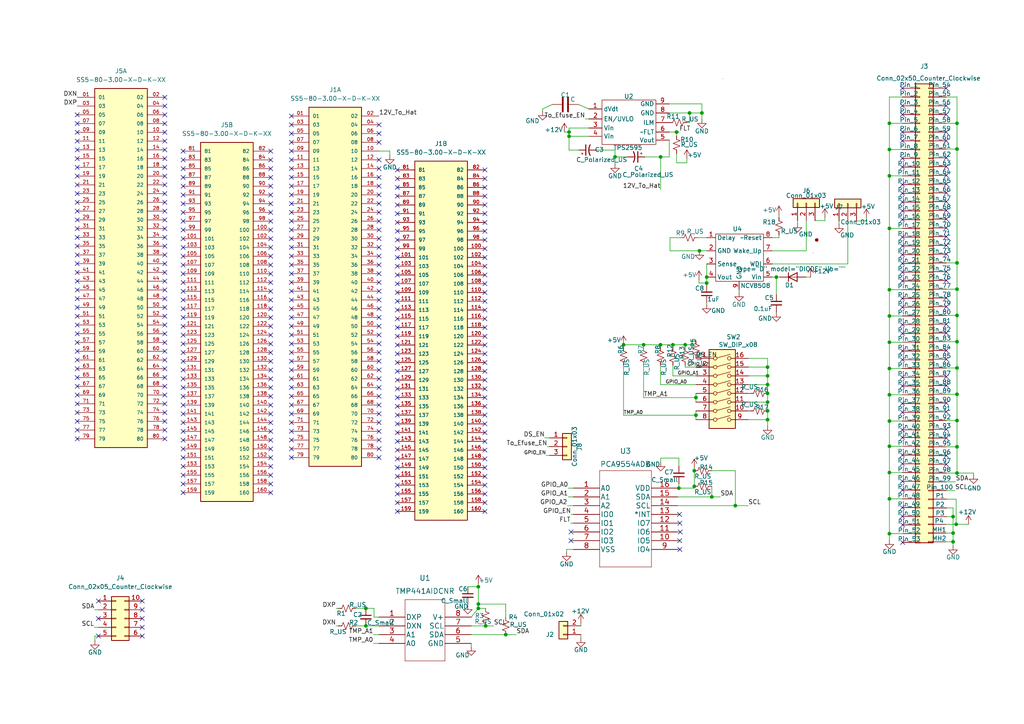
<source format=kicad_sch>
(kicad_sch (version 20211123) (generator eeschema)
  (paper "A4")
  (title_block (title "PERRI Board") (rev "0"))
  (junction (at 201.3712 136.525))
  (junction (at 206.4512 144.1196))
  (junction (at 277.5712 35.7632))
  (junction (at 225.171 80.3656))
  (junction (at 180.848 99.9998))
  (junction (at 165.0492 38.3032))
  (junction (at 196.9008 141.5796))
  (junction (at 191.6176 45.5168))
  (junction (at 222.631 109.0168))
  (junction (at 222.631 114.0968))
  (junction (at 257.9624 99.2632))
  (junction (at 257.9624 122.1232))
  (junction (at 257.9624 154.7876))
  (junction (at 257.9624 66.2432))
  (junction (at 222.631 121.7168))
  (junction (at 257.9624 51.0032))
  (junction (at 196.2404 38.3032))
  (junction (at 201.8538 115.316))
  (junction (at 106.1212 181.5338))
  (junction (at 257.9624 137.0584))
  (junction (at 106.1212 176.4538))
  (junction (at 140.8684 181.5338))
  (junction (at 165.0492 39.5224))
  (junction (at 257.9624 129.4384))
  (junction (at 257.9624 114.5032))
  (junction (at 277.5712 43.2308))
  (junction (at 178.3842 45.5168))
  (junction (at 138.7348 170.18))
  (junction (at 257.9624 106.8832))
  (junction (at 277.5712 121.9708))
  (junction (at 138.7348 175.2092))
  (junction (at 199.9996 32.766))
  (junction (at 257.9624 91.6432))
  (junction (at 191.5668 99.9998))
  (junction (at 204.978 82.0928))
  (junction (at 277.3172 152.0698))
  (junction (at 276.4282 154.6098))
  (junction (at 257.9624 43.3578))
  (junction (at 138.7348 176.4538))
  (junction (at 277.5712 76.2508))
  (junction (at 222.631 116.6368))
  (junction (at 186.6646 99.9998))
  (junction (at 203.581 32.766))
  (junction (at 198.7296 99.9998))
  (junction (at 257.9624 35.7632))
  (junction (at 277.5712 114.3508))
  (junction (at 195.1736 99.9998))
  (junction (at 277.5712 137.2108))
  (junction (at 277.5712 129.5908))
  (junction (at 257.9624 84.0232))
  (junction (at 277.5712 83.8708))
  (junction (at 201.3712 141.0462))
  (junction (at 201.8538 120.4214))
  (junction (at 277.5712 99.1108))
  (junction (at 222.631 119.1768))
  (junction (at 276.4282 149.86))
  (junction (at 277.5712 106.7308))
  (junction (at 257.9624 144.6784))
  (junction (at 277.5712 91.4908))
  (junction (at 222.631 111.5568))
  (junction (at 222.631 106.4768))
  (junction (at 213.2838 146.6596))
  (junction (at 276.4282 157.1498))
  (junction (at 204.978 80.3656))
  (junction (at 146.685 184.0738))
  (junction (at 202.8698 72.7456))
  (no_connect (at 47.8028 61.2394))
  (no_connect (at 115.2398 128.016))
  (no_connect (at 22.4028 94.2594))
  (no_connect (at 140.6398 84.836))
  (no_connect (at 22.4028 56.1594))
  (no_connect (at 140.6398 138.176))
  (no_connect (at 22.4028 96.7994))
  (no_connect (at 109.9312 81.915))
  (no_connect (at 140.6398 117.856))
  (no_connect (at 22.4028 124.7394))
  (no_connect (at 22.4028 43.4594))
  (no_connect (at 274.4724 66.0908))
  (no_connect (at 140.6398 72.136))
  (no_connect (at 47.8028 127.2794))
  (no_connect (at 140.6398 130.556))
  (no_connect (at 115.2398 143.256))
  (no_connect (at 84.5312 41.275))
  (no_connect (at 261.7216 30.6832))
  (no_connect (at 41.2496 174.3202))
  (no_connect (at 47.8028 51.0794))
  (no_connect (at 22.4028 114.5794))
  (no_connect (at 274.4724 94.0308))
  (no_connect (at 53.1114 135.2804))
  (no_connect (at 41.2496 176.8602))
  (no_connect (at 261.7216 96.7232))
  (no_connect (at 22.4028 91.7194))
  (no_connect (at 22.4028 104.4194))
  (no_connect (at 274.4724 111.8108))
  (no_connect (at 47.8028 101.8794))
  (no_connect (at 274.4724 81.3308))
  (no_connect (at 274.4724 116.8908))
  (no_connect (at 140.6398 105.156))
  (no_connect (at 115.2398 117.856))
  (no_connect (at 109.9312 61.595))
  (no_connect (at 22.4028 58.6994))
  (no_connect (at 261.7216 94.1832))
  (no_connect (at 261.7216 25.6032))
  (no_connect (at 274.4724 109.2708))
  (no_connect (at 261.7216 86.5632))
  (no_connect (at 78.5114 66.7004))
  (no_connect (at 140.6398 97.536))
  (no_connect (at 47.8028 99.3394))
  (no_connect (at 84.5312 92.075))
  (no_connect (at 109.9312 97.155))
  (no_connect (at 22.4028 35.8394))
  (no_connect (at 140.6398 74.676))
  (no_connect (at 140.6398 61.976))
  (no_connect (at 84.5312 46.355))
  (no_connect (at 274.4724 45.7708))
  (no_connect (at 109.9312 120.015))
  (no_connect (at 78.5114 94.6404))
  (no_connect (at 115.2398 72.136))
  (no_connect (at 140.6398 77.216))
  (no_connect (at 115.2398 69.596))
  (no_connect (at 78.5114 127.6604))
  (no_connect (at 115.2398 67.056))
  (no_connect (at 140.6398 82.296))
  (no_connect (at 22.4028 119.6594))
  (no_connect (at 47.8028 109.4994))
  (no_connect (at 109.9312 130.175))
  (no_connect (at 84.5312 69.215))
  (no_connect (at 261.7216 142.1384))
  (no_connect (at 53.1114 132.7404))
  (no_connect (at 78.5114 92.1004))
  (no_connect (at 47.8028 96.7994))
  (no_connect (at 84.5312 97.155))
  (no_connect (at 53.1114 76.8604))
  (no_connect (at 84.5312 125.095))
  (no_connect (at 140.6398 49.276))
  (no_connect (at 140.6398 135.636))
  (no_connect (at 274.4724 127.0508))
  (no_connect (at 53.1114 92.1004))
  (no_connect (at 84.5312 66.675))
  (no_connect (at 84.5312 89.535))
  (no_connect (at 115.2398 89.916))
  (no_connect (at 84.5312 74.295))
  (no_connect (at 115.2398 74.676))
  (no_connect (at 84.5312 43.815))
  (no_connect (at 47.8028 71.3994))
  (no_connect (at 84.5312 122.555))
  (no_connect (at 53.1114 99.7204))
  (no_connect (at 261.7216 33.2232))
  (no_connect (at 261.7216 117.0432))
  (no_connect (at 22.4028 45.9994))
  (no_connect (at 109.9312 122.555))
  (no_connect (at 22.4028 117.1194))
  (no_connect (at 109.9312 38.735))
  (no_connect (at 22.4028 122.1994))
  (no_connect (at 274.4724 96.5708))
  (no_connect (at 140.6398 87.376))
  (no_connect (at 109.9312 84.455))
  (no_connect (at 47.8028 68.8594))
  (no_connect (at 140.6398 54.356))
  (no_connect (at 84.5312 107.315))
  (no_connect (at 115.2398 64.516))
  (no_connect (at 22.4028 89.1794))
  (no_connect (at 78.5114 46.3804))
  (no_connect (at 84.5312 64.135))
  (no_connect (at 109.9312 109.855))
  (no_connect (at 22.4028 40.9194))
  (no_connect (at 78.5114 64.1604))
  (no_connect (at 115.2398 94.996))
  (no_connect (at 53.1114 48.9204))
  (no_connect (at 78.5114 130.2004))
  (no_connect (at 140.6398 69.596))
  (no_connect (at 22.4028 61.2394))
  (no_connect (at 115.2398 87.376))
  (no_connect (at 53.1114 81.9404))
  (no_connect (at 53.1114 79.4004))
  (no_connect (at 78.5114 79.4004))
  (no_connect (at 47.8028 79.0194))
  (no_connect (at 115.2398 107.696))
  (no_connect (at 115.2398 92.456))
  (no_connect (at 22.4028 99.3394))
  (no_connect (at 115.2398 79.756))
  (no_connect (at 53.1114 89.5604))
  (no_connect (at 78.5114 61.6204))
  (no_connect (at 53.1114 97.1804))
  (no_connect (at 41.2496 179.4002))
  (no_connect (at 109.9312 46.355))
  (no_connect (at 261.7216 40.8432))
  (no_connect (at 109.9312 102.235))
  (no_connect (at 22.4028 48.5394))
  (no_connect (at 109.9312 76.835))
  (no_connect (at 261.7216 119.5832))
  (no_connect (at 109.9312 86.995))
  (no_connect (at 28.5496 184.4802))
  (no_connect (at 47.8028 38.3794))
  (no_connect (at 140.6398 120.396))
  (no_connect (at 84.5312 71.755))
  (no_connect (at 78.5114 122.5804))
  (no_connect (at 22.4028 127.2794))
  (no_connect (at 274.4724 78.7908))
  (no_connect (at 109.9312 71.755))
  (no_connect (at 47.8028 114.5794))
  (no_connect (at 261.7216 58.6232))
  (no_connect (at 140.6398 107.696))
  (no_connect (at 109.9312 41.275))
  (no_connect (at 140.6398 140.716))
  (no_connect (at 47.8028 89.1794))
  (no_connect (at 84.5312 56.515))
  (no_connect (at 109.9312 127.635))
  (no_connect (at 47.8028 91.7194))
  (no_connect (at 47.8028 86.6394))
  (no_connect (at 115.2398 82.296))
  (no_connect (at 22.4028 109.4994))
  (no_connect (at 28.5496 179.4002))
  (no_connect (at 47.8028 56.1594))
  (no_connect (at 115.2398 105.156))
  (no_connect (at 53.1114 43.8404))
  (no_connect (at 115.2398 51.816))
  (no_connect (at 165.608 156.8196))
  (no_connect (at 165.6334 154.2796))
  (no_connect (at 78.5114 74.3204))
  (no_connect (at 274.4724 53.3908))
  (no_connect (at 47.8028 94.2594))
  (no_connect (at 53.1114 125.1204))
  (no_connect (at 22.4028 33.2994))
  (no_connect (at 261.7216 139.5984))
  (no_connect (at 115.2398 77.216))
  (no_connect (at 109.9312 125.095))
  (no_connect (at 109.9312 64.135))
  (no_connect (at 22.4028 106.9594))
  (no_connect (at 274.4724 104.1908))
  (no_connect (at 274.4724 101.6508))
  (no_connect (at 47.8028 43.4594))
  (no_connect (at 115.2398 115.316))
  (no_connect (at 53.1114 46.3804))
  (no_connect (at 274.4724 61.0108))
  (no_connect (at 47.8028 117.1194))
  (no_connect (at 109.9312 69.215))
  (no_connect (at 47.8028 84.0994))
  (no_connect (at 109.9312 112.395))
  (no_connect (at 140.6398 143.256))
  (no_connect (at 47.8028 30.7594))
  (no_connect (at 261.7216 53.5432))
  (no_connect (at 78.5114 140.3604))
  (no_connect (at 47.8028 81.5594))
  (no_connect (at 53.1114 66.7004))
  (no_connect (at 78.5114 43.8404))
  (no_connect (at 84.5312 84.455))
  (no_connect (at 53.1114 59.0804))
  (no_connect (at 115.2398 61.976))
  (no_connect (at 47.8028 122.1994))
  (no_connect (at 84.5312 99.695))
  (no_connect (at 78.5114 81.9404))
  (no_connect (at 274.4724 73.7108))
  (no_connect (at 53.1114 107.3404))
  (no_connect (at 274.4724 119.4308))
  (no_connect (at 140.6398 94.996))
  (no_connect (at 115.2398 110.236))
  (no_connect (at 261.7216 71.3232))
  (no_connect (at 115.2398 84.836))
  (no_connect (at 109.9312 53.975))
  (no_connect (at 109.9312 59.055))
  (no_connect (at 84.5312 51.435))
  (no_connect (at 261.7216 126.8984))
  (no_connect (at 84.5312 109.855))
  (no_connect (at 140.6398 110.236))
  (no_connect (at 84.5312 81.915))
  (no_connect (at 109.9312 56.515))
  (no_connect (at 53.1114 102.2604))
  (no_connect (at 84.5312 59.055))
  (no_connect (at 53.1114 87.0204))
  (no_connect (at 261.7216 76.4032))
  (no_connect (at 78.5114 71.7804))
  (no_connect (at 261.7978 152.2476))
  (no_connect (at 115.2398 148.336))
  (no_connect (at 115.2398 125.476))
  (no_connect (at 84.5312 94.615))
  (no_connect (at 140.6398 92.456))
  (no_connect (at 84.5312 117.475))
  (no_connect (at 140.6398 115.316))
  (no_connect (at 47.8028 58.6994))
  (no_connect (at 140.6398 59.436))
  (no_connect (at 22.4028 51.0794))
  (no_connect (at 78.5114 114.9604))
  (no_connect (at 78.5114 51.4604))
  (no_connect (at 109.9312 36.195))
  (no_connect (at 140.6398 102.616))
  (no_connect (at 274.4724 71.1708))
  (no_connect (at 140.6398 100.076))
  (no_connect (at 84.5312 130.175))
  (no_connect (at 261.7216 61.1632))
  (no_connect (at 78.5114 135.2804))
  (no_connect (at 53.1114 112.4204))
  (no_connect (at 115.2398 100.076))
  (no_connect (at 261.7216 134.5184))
  (no_connect (at 109.9312 104.775))
  (no_connect (at 78.5114 142.9004))
  (no_connect (at 84.5312 104.775))
  (no_connect (at 53.1114 142.9004))
  (no_connect (at 47.8028 73.9394))
  (no_connect (at 261.7216 68.7832))
  (no_connect (at 115.2398 135.636))
  (no_connect (at 41.2496 184.4802))
  (no_connect (at 261.7216 147.2184))
  (no_connect (at 84.5312 86.995))
  (no_connect (at 84.5312 114.935))
  (no_connect (at 115.2398 122.936))
  (no_connect (at 22.4028 112.0394))
  (no_connect (at 53.1114 140.3604))
  (no_connect (at 78.5114 89.5604))
  (no_connect (at 109.9312 94.615))
  (no_connect (at 84.5312 53.975))
  (no_connect (at 261.7216 78.9432))
  (no_connect (at 274.4724 68.6308))
  (no_connect (at 41.2496 181.9402))
  (no_connect (at 274.4724 88.9508))
  (no_connect (at 53.1114 114.9604))
  (no_connect (at 261.7216 104.3432))
  (no_connect (at 47.8028 112.0394))
  (no_connect (at 140.6398 148.336))
  (no_connect (at 84.5312 61.595))
  (no_connect (at 261.7216 81.4832))
  (no_connect (at 53.1114 54.0004))
  (no_connect (at 109.9312 99.695))
  (no_connect (at 53.1114 61.6204))
  (no_connect (at 140.6398 133.096))
  (no_connect (at 47.8028 66.3194))
  (no_connect (at 140.6398 145.796))
  (no_connect (at 47.8028 33.2994))
  (no_connect (at 261.7216 109.4232))
  (no_connect (at 78.5114 132.7404))
  (no_connect (at 53.1114 74.3204))
  (no_connect (at 84.5312 48.895))
  (no_connect (at 274.4724 63.5508))
  (no_connect (at 109.9312 107.315))
  (no_connect (at 47.8028 48.5394))
  (no_connect (at 84.5312 102.235))
  (no_connect (at 274.4216 25.6032))
  (no_connect (at 78.5114 109.8804))
  (no_connect (at 274.4216 30.6832))
  (no_connect (at 22.4028 71.3994))
  (no_connect (at 274.4724 134.6708))
  (no_connect (at 47.8028 53.6194))
  (no_connect (at 109.9312 114.935))
  (no_connect (at 109.9312 74.295))
  (no_connect (at 53.1114 130.2004))
  (no_connect (at 47.8028 104.4194))
  (no_connect (at 115.2398 54.356))
  (no_connect (at 78.5114 76.8604))
  (no_connect (at 53.1114 117.5004))
  (no_connect (at 274.4216 33.2232))
  (no_connect (at 140.6398 51.816))
  (no_connect (at 78.5114 59.0804))
  (no_connect (at 47.8028 76.4794))
  (no_connect (at 261.7216 124.6632))
  (no_connect (at 47.8028 45.9994))
  (no_connect (at 261.7216 56.0832))
  (no_connect (at 53.1114 64.1604))
  (no_connect (at 53.1114 71.7804))
  (no_connect (at 53.1114 109.8804))
  (no_connect (at 140.6398 125.476))
  (no_connect (at 22.4028 84.0994))
  (no_connect (at 115.2398 145.796))
  (no_connect (at 78.5114 102.2604))
  (no_connect (at 274.4724 48.3108))
  (no_connect (at 115.2398 56.896))
  (no_connect (at 84.5312 127.635))
  (no_connect (at 53.1114 127.6604))
  (no_connect (at 115.2398 102.616))
  (no_connect (at 274.4724 55.9308))
  (no_connect (at 140.6398 64.516))
  (no_connect (at 84.5312 36.195))
  (no_connect (at 22.4028 76.4794))
  (no_connect (at 78.5114 125.1204))
  (no_connect (at 47.8028 63.7794))
  (no_connect (at 22.4028 86.6394))
  (no_connect (at 84.5312 120.015))
  (no_connect (at 53.1114 84.4804))
  (no_connect (at 109.9312 79.375))
  (no_connect (at 115.2398 49.276))
  (no_connect (at 22.4028 79.0194))
  (no_connect (at 22.4028 81.5594))
  (no_connect (at 140.6398 56.896))
  (no_connect (at 78.5114 97.1804))
  (no_connect (at 78.5114 56.5404))
  (no_connect (at 47.8028 35.8394))
  (no_connect (at 78.5114 69.2404))
  (no_connect (at 261.7216 73.8632))
  (no_connect (at 22.4028 68.8594))
  (no_connect (at 261.7216 131.9784))
  (no_connect (at 53.1114 94.6404))
  (no_connect (at 78.5114 48.9204))
  (no_connect (at 109.9312 132.715))
  (no_connect (at 22.4028 38.3794))
  (no_connect (at 47.8028 28.2194))
  (no_connect (at 197.3072 154.2796))
  (no_connect (at 197.1294 156.8196))
  (no_connect (at 197.1802 151.7396))
  (no_connect (at 197.0786 149.1996))
  (no_connect (at 197.1802 159.3596))
  (no_connect (at 53.1114 51.4604))
  (no_connect (at 115.2398 133.096))
  (no_connect (at 140.6398 122.936))
  (no_connect (at 109.9312 51.435))
  (no_connect (at 47.8028 106.9594))
  (no_connect (at 53.1114 69.2404))
  (no_connect (at 261.7216 63.7032))
  (no_connect (at 261.7216 111.9632))
  (no_connect (at 22.4028 63.7794))
  (no_connect (at 115.2398 120.396))
  (no_connect (at 274.4724 50.8508))
  (no_connect (at 78.5114 137.8204))
  (no_connect (at 140.6398 89.916))
  (no_connect (at 140.6398 67.056))
  (no_connect (at 53.1114 122.5804))
  (no_connect (at 274.4216 40.8432))
  (no_connect (at 78.5114 87.0204))
  (no_connect (at 115.2398 112.776))
  (no_connect (at 22.4028 66.3194))
  (no_connect (at 47.8028 119.6594))
  (no_connect (at 78.5114 112.4204))
  (no_connect (at 261.7216 48.4632))
  (no_connect (at 84.5312 79.375))
  (no_connect (at 115.2398 130.556))
  (no_connect (at 84.5312 112.395))
  (no_connect (at 115.2398 59.436))
  (no_connect (at 53.1114 56.5404))
  (no_connect (at 274.4724 58.4708))
  (no_connect (at 53.1114 120.0404))
  (no_connect (at 53.1114 137.8204))
  (no_connect (at 78.5114 54.0004))
  (no_connect (at 84.5312 76.835))
  (no_connect (at 53.1114 104.8004))
  (no_connect (at 109.9312 66.675))
  (no_connect (at 109.9312 48.895))
  (no_connect (at 28.5496 174.3202))
  (no_connect (at 115.2398 138.176))
  (no_connect (at 261.7216 38.3032))
  (no_connect (at 47.8028 124.7394))
  (no_connect (at 47.8028 40.9194))
  (no_connect (at 78.5114 99.7204))
  (no_connect (at 261.7216 89.1032))
  (no_connect (at 274.4216 38.3032))
  (no_connect (at 115.2398 97.536))
  (no_connect (at 140.6398 112.776))
  (no_connect (at 274.4724 124.5108))
  (no_connect (at 78.5114 104.8004))
  (no_connect (at 274.4724 86.4108))
  (no_connect (at 22.4028 101.8794))
  (no_connect (at 261.7216 149.7584))
  (no_connect (at 261.7216 45.9232))
  (no_connect (at 140.6398 79.756))
  (no_connect (at 261.7978 157.3276))
  (no_connect (at 78.5114 120.0404))
  (no_connect (at 109.9312 92.075))
  (no_connect (at 78.5114 117.5004))
  (no_connect (at 140.6398 128.016))
  (no_connect (at 84.5312 132.715))
  (no_connect (at 109.9312 89.535))
  (no_connect (at 274.4724 132.1308))
  (no_connect (at 84.5312 38.735))
  (no_connect (at 78.5114 107.3404))
  (no_connect (at 22.4028 53.6194))
  (no_connect (at 109.9312 117.475))
  (no_connect (at 22.4028 73.9394))
  (no_connect (at 115.2398 140.716))
  (no_connect (at 261.7216 101.8032))
  (no_connect (at 78.5114 84.4804))
  (no_connect (at 84.5312 33.655))
  (wire (pts (xy 136.6774 178.9938) (xy 138.7348 176.4538)))
  (wire (pts (xy 236.3978 63.9826) (xy 239.268 63.9826)))
  (wire (pts (xy 274.4724 137.2108) (xy 277.5712 137.2108)))
  (wire (pts (xy 191.5668 99.9998) (xy 191.5668 100.838)))
  (wire (pts (xy 196.5706 149.1996) (xy 197.0786 149.1996)))
  (wire (pts (xy 251.3076 63.1698) (xy 251.3076 64.0842)))
  (wire (pts (xy 198.7296 99.9998) (xy 200.7616 99.9998)))
  (wire (pts (xy 187.0202 45.5168) (xy 191.6176 45.5168)))
  (wire (pts (xy 196.5706 151.7396) (xy 197.1802 151.7396)))
  (wire (pts (xy 222.631 116.6368) (xy 222.631 119.1768)))
  (wire (pts (xy 201.3712 136.525) (xy 201.3712 141.0462)))
  (wire (pts (xy 222.631 119.1768) (xy 222.631 121.7168)))
  (wire (pts (xy 245.8974 76.5556) (xy 245.8974 64.0842)))
  (wire (pts (xy 274.4724 142.2908) (xy 276.987 142.2908)))
  (wire (pts (xy 257.9624 122.1232) (xy 257.9624 129.4384)))
  (wire (pts (xy 277.5712 91.4908) (xy 277.5712 83.8708)))
  (wire (pts (xy 27.4066 176.8602) (xy 28.5496 176.8602)))
  (wire (pts (xy 196.5706 146.6596) (xy 213.2838 146.6596)))
  (wire (pts (xy 257.9624 129.4384) (xy 257.9624 137.0584)))
  (wire (pts (xy 257.9624 137.0584) (xy 257.9624 144.6784)))
  (wire (pts (xy 231.3178 63.9826) (xy 231.3178 64.77)))
  (wire (pts (xy 178.3842 45.5168) (xy 178.3842 43.5356)))
  (wire (pts (xy 257.9624 129.4384) (xy 261.7216 129.4384)))
  (wire (pts (xy 194.1068 32.766) (xy 199.9996 32.766)))
  (wire (pts (xy 277.5712 114.3508) (xy 277.5712 106.7308)))
  (wire (pts (xy 217.0938 106.4768) (xy 222.631 106.4768)))
  (wire (pts (xy 194.3354 68.9356) (xy 194.3354 72.7456)))
  (wire (pts (xy 201.3712 135.6868) (xy 201.3712 136.525)))
  (wire (pts (xy 277.5712 99.1108) (xy 277.5712 106.7308)))
  (wire (pts (xy 109.855 178.9938) (xy 108.4834 178.9938)))
  (wire (pts (xy 274.574 149.86) (xy 276.4282 149.86)))
  (wire (pts (xy 191.5668 111.5568) (xy 201.8538 111.5568)))
  (wire (pts (xy 97.4598 181.5338) (xy 98.1456 181.5338)))
  (wire (pts (xy 138.7348 169.3672) (xy 138.7348 170.18)))
  (wire (pts (xy 163.6776 38.3032) (xy 165.0492 38.3032)))
  (wire (pts (xy 165.5064 151.7396) (xy 166.2938 151.7396)))
  (wire (pts (xy 274.4724 83.8708) (xy 277.5712 83.8708)))
  (wire (pts (xy 103.2256 176.4538) (xy 106.1212 176.4538)))
  (wire (pts (xy 165.608 156.8196) (xy 166.2938 156.8196)))
  (wire (pts (xy 243.3574 64.0842) (xy 243.3574 65.024)))
  (wire (pts (xy 103.2256 181.5338) (xy 106.1212 181.5338)))
  (wire (pts (xy 203.581 30.1244) (xy 203.581 32.766)))
  (wire (pts (xy 27.3558 181.9402) (xy 28.5496 181.9402)))
  (wire (pts (xy 203.581 32.766) (xy 203.581 34.544)))
  (wire (pts (xy 113.0554 43.815) (xy 113.0554 45.0342)))
  (wire (pts (xy 217.0938 109.0168) (xy 222.631 109.0168)))
  (wire (pts (xy 196.2404 44.5008) (xy 196.2404 47.2186)))
  (wire (pts (xy 225.171 90.678) (xy 225.171 90.4748)))
  (wire (pts (xy 197.358 68.9356) (xy 194.3354 68.9356)))
  (wire (pts (xy 178.3842 45.5168) (xy 181.9402 45.5168)))
  (wire (pts (xy 178.3842 43.5356) (xy 172.9486 43.5356)))
  (wire (pts (xy 135.6868 175.26) (xy 135.6868 175.514)))
  (wire (pts (xy 196.9008 140.2842) (xy 196.9008 141.5796)))
  (wire (pts (xy 138.7348 170.18) (xy 135.6868 170.18)))
  (wire (pts (xy 28.5496 184.4802) (xy 27.5336 184.4802)))
  (wire (pts (xy 191.5668 99.9998) (xy 186.6646 99.9998)))
  (wire (pts (xy 261.239 43.3578) (xy 261.7216 43.3832)))
  (wire (pts (xy 257.9624 84.0232) (xy 257.9624 66.2432)))
  (wire (pts (xy 201.8538 120.4214) (xy 201.8538 119.1768)))
  (wire (pts (xy 165.6334 154.2796) (xy 166.2938 154.2796)))
  (wire (pts (xy 196.5706 154.2796) (xy 197.3072 154.2796)))
  (wire (pts (xy 257.9624 99.2632) (xy 257.9624 91.6432)))
  (wire (pts (xy 109.9312 43.815) (xy 113.0554 43.815)))
  (wire (pts (xy 257.9624 91.6432) (xy 257.9624 84.0232)))
  (wire (pts (xy 277.5712 28.1432) (xy 277.5712 35.7632)))
  (wire (pts (xy 257.9624 106.8832) (xy 261.7216 106.8832)))
  (wire (pts (xy 274.4724 106.7308) (xy 277.5712 106.7308)))
  (wire (pts (xy 204.978 80.3656) (xy 204.978 82.0928)))
  (wire (pts (xy 274.32 154.6098) (xy 276.4282 154.6098)))
  (wire (pts (xy 276.4282 149.86) (xy 276.4282 154.6098)))
  (wire (pts (xy 180.848 105.918) (xy 180.848 120.4214)))
  (wire (pts (xy 158.75 129.54) (xy 159.3596 129.54)))
  (wire (pts (xy 138.7348 175.2092) (xy 138.7348 176.4538)))
  (wire (pts (xy 213.2838 146.6596) (xy 217.0176 146.6596)))
  (wire (pts (xy 277.3172 144.78) (xy 277.3172 152.0698)))
  (wire (pts (xy 274.574 147.32) (xy 276.4282 147.32)))
  (wire (pts (xy 274.574 144.78) (xy 277.3172 144.78)))
  (wire (pts (xy 217.0938 116.6368) (xy 222.631 116.6368)))
  (wire (pts (xy 136.6774 184.0738) (xy 146.685 184.0738)))
  (wire (pts (xy 225.933 62.3062) (xy 225.933 63.0682)))
  (wire (pts (xy 195.1736 105.918) (xy 195.1736 109.0168)))
  (wire (pts (xy 200.7616 98.8568) (xy 201.8538 98.8568)))
  (wire (pts (xy 170.7896 37.1348) (xy 165.0492 37.1348)))
  (wire (pts (xy 198.7296 106.4768) (xy 201.8538 106.4768)))
  (wire (pts (xy 198.7296 105.918) (xy 198.7296 106.4768)))
  (wire (pts (xy 206.4512 136.525) (xy 213.2838 136.525)))
  (wire (pts (xy 146.685 175.2092) (xy 138.7348 175.2092)))
  (wire (pts (xy 257.9624 122.1232) (xy 261.7216 122.1232)))
  (wire (pts (xy 222.631 106.4768) (xy 222.631 109.0168)))
  (wire (pts (xy 257.9624 106.8832) (xy 257.9624 114.5032)))
  (wire (pts (xy 235.1024 80.3656) (xy 233.7562 80.3656)))
  (wire (pts (xy 97.4598 176.4538) (xy 98.1456 176.4538)))
  (wire (pts (xy 138.7348 170.18) (xy 138.7348 175.2092)))
  (wire (pts (xy 274.4724 114.3508) (xy 277.5712 114.3508)))
  (wire (pts (xy 169.7228 34.4932) (xy 170.7896 34.4932)))
  (wire (pts (xy 106.1212 176.4538) (xy 108.4834 176.4538)))
  (wire (pts (xy 202.7428 81.1276) (xy 202.7428 82.0928)))
  (wire (pts (xy 199.9996 32.766) (xy 203.581 32.766)))
  (wire (pts (xy 196.5706 144.1196) (xy 206.4512 144.1196)))
  (wire (pts (xy 257.9624 114.5032) (xy 261.7216 114.5032)))
  (wire (pts (xy 136.6774 186.6138) (xy 136.6774 187.5536)))
  (wire (pts (xy 257.9624 51.0032) (xy 257.9624 43.3578)))
  (wire (pts (xy 204.978 82.0928) (xy 204.978 82.677)))
  (wire (pts (xy 224.028 76.5556) (xy 245.8974 76.5556)))
  (wire (pts (xy 160.1724 30.3022) (xy 157.3784 31.5976)))
  (wire (pts (xy 257.9624 28.1432) (xy 261.7216 28.1432)))
  (wire (pts (xy 186.6646 115.316) (xy 201.8538 115.316)))
  (wire (pts (xy 274.4724 129.5908) (xy 277.5712 129.5908)))
  (wire (pts (xy 217.0938 119.1768) (xy 217.551 119.1768)))
  (wire (pts (xy 199.1868 35.56) (xy 199.9996 35.56)))
  (wire (pts (xy 180.848 120.4214) (xy 201.8538 120.4214)))
  (wire (pts (xy 167.7924 30.3022) (xy 170.7388 31.5976)))
  (wire (pts (xy 202.8698 72.7456) (xy 204.978 72.7456)))
  (wire (pts (xy 206.4512 144.1196) (xy 208.9404 144.1196)))
  (wire (pts (xy 277.5712 83.8708) (xy 277.5712 76.2508)))
  (wire (pts (xy 196.2404 38.3032) (xy 196.2404 39.4208)))
  (wire (pts (xy 257.9624 99.2632) (xy 261.7216 99.2632)))
  (wire (pts (xy 200.7616 99.9998) (xy 200.7616 98.8568)))
  (wire (pts (xy 196.9008 141.5796) (xy 201.3712 141.5796)))
  (wire (pts (xy 195.1736 109.0168) (xy 201.8538 109.0168)))
  (wire (pts (xy 257.9624 144.6784) (xy 257.9624 154.7876)))
  (wire (pts (xy 201.8538 115.316) (xy 201.8538 116.6368)))
  (wire (pts (xy 204.978 82.0928) (xy 202.7428 82.0928)))
  (wire (pts (xy 168.4782 185.1152) (xy 168.4782 184.0484)))
  (wire (pts (xy 277.3172 152.0698) (xy 280.8986 152.0698)))
  (wire (pts (xy 191.643 132.8674) (xy 196.9008 132.8674)))
  (wire (pts (xy 257.9624 51.0032) (xy 261.7216 51.0032)))
  (wire (pts (xy 195.1736 99.9998) (xy 191.5668 99.9998)))
  (wire (pts (xy 196.5706 159.3596) (xy 197.1802 159.3596)))
  (wire (pts (xy 222.631 103.9368) (xy 222.631 106.4768)))
  (wire (pts (xy 257.9624 156.6418) (xy 257.9624 154.7876)))
  (wire (pts (xy 222.631 114.0968) (xy 222.631 116.6368)))
  (wire (pts (xy 165.6334 149.1996) (xy 166.2938 149.1996)))
  (wire (pts (xy 140.8684 176.4538) (xy 138.7348 176.4538)))
  (wire (pts (xy 277.5712 137.2108) (xy 277.5712 129.5908)))
  (wire (pts (xy 225.171 85.3948) (xy 225.171 80.3656)))
  (wire (pts (xy 164.8206 141.5796) (xy 166.2938 141.5796)))
  (wire (pts (xy 248.4374 64.0842) (xy 251.3076 64.0842)))
  (wire (pts (xy 274.4724 121.9708) (xy 277.5712 121.9708)))
  (wire (pts (xy 195.1736 99.9998) (xy 195.1736 100.838)))
  (wire (pts (xy 222.631 121.7168) (xy 222.631 123.5202)))
  (wire (pts (xy 274.4724 43.2308) (xy 277.5712 43.2308)))
  (wire (pts (xy 282.3718 137.2108) (xy 282.3718 137.7188)))
  (wire (pts (xy 27.5336 184.4802) (xy 27.5336 185.801)))
  (wire (pts (xy 198.7296 99.9998) (xy 195.1736 99.9998)))
  (wire (pts (xy 146.685 184.0738) (xy 149.7584 184.0738)))
  (wire (pts (xy 277.5712 121.9708) (xy 277.5712 114.3508)))
  (wire (pts (xy 186.6646 99.9998) (xy 186.6646 100.838)))
  (wire (pts (xy 146.685 178.9938) (xy 146.685 175.2092)))
  (wire (pts (xy 199.2122 45.9994) (xy 199.2122 47.2186)))
  (wire (pts (xy 274.4216 28.1432) (xy 277.5712 28.1432)))
  (wire (pts (xy 274.4724 99.1108) (xy 277.5712 99.1108)))
  (wire (pts (xy 196.9008 132.8674) (xy 196.9008 135.2042)))
  (wire (pts (xy 233.8578 72.7456) (xy 233.8578 63.9826)))
  (wire (pts (xy 198.7296 99.9998) (xy 198.7296 100.838)))
  (wire (pts (xy 217.0938 111.5568) (xy 222.631 111.5568)))
  (wire (pts (xy 108.3056 184.0738) (xy 109.855 184.0738)))
  (wire (pts (xy 257.9624 114.5032) (xy 257.9624 122.1232)))
  (wire (pts (xy 106.1212 181.5338) (xy 109.855 181.5338)))
  (wire (pts (xy 168.4782 181.5084) (xy 168.4782 180.721)))
  (wire (pts (xy 140.8684 181.5338) (xy 143.2052 181.5338)))
  (wire (pts (xy 194.056 30.1244) (xy 203.581 30.1244)))
  (wire (pts (xy 164.338 159.3596) (xy 164.338 160.0962)))
  (wire (pts (xy 202.438 68.9356) (xy 204.978 68.9356)))
  (wire (pts (xy 277.5712 43.2308) (xy 277.5712 76.2508)))
  (wire (pts (xy 257.9624 43.3578) (xy 257.9624 35.7632)))
  (wire (pts (xy 206.4512 141.0462) (xy 206.4512 144.1196)))
  (wire (pts (xy 274.32 157.1498) (xy 276.4282 157.1498)))
  (wire (pts (xy 170.7896 39.5224) (xy 165.0492 39.5224)))
  (wire (pts (xy 217.0938 121.7168) (xy 222.631 121.7168)))
  (wire (pts (xy 277.5712 137.2108) (xy 282.3718 137.2108)))
  (wire (pts (xy 225.171 80.3656) (xy 226.1362 80.3656)))
  (wire (pts (xy 222.631 111.5568) (xy 222.631 114.0968)))
  (wire (pts (xy 165.0492 43.5356) (xy 167.8686 43.5356)))
  (wire (pts (xy 201.8538 114.0968) (xy 201.8538 115.316)))
  (wire (pts (xy 194.1068 38.3032) (xy 196.2404 38.3032)))
  (wire (pts (xy 165.0492 38.3032) (xy 165.0492 39.5224)))
  (wire (pts (xy 276.4282 154.6098) (xy 276.4282 157.1498)))
  (wire (pts (xy 191.5922 54.9148) (xy 191.6176 45.5168)))
  (wire (pts (xy 277.5712 35.7632) (xy 277.5712 43.2308)))
  (wire (pts (xy 274.4216 35.7632) (xy 277.5712 35.7632)))
  (wire (pts (xy 136.6774 181.5338) (xy 140.8684 181.5338)))
  (wire (pts (xy 196.2404 47.2186) (xy 199.2122 47.2186)))
  (wire (pts (xy 196.5706 141.5796) (xy 196.9008 141.5796)))
  (wire (pts (xy 224.028 68.9356) (xy 225.933 68.9356)))
  (wire (pts (xy 164.7952 144.1196) (xy 166.2938 144.1196)))
  (wire (pts (xy 214.376 84.1248) (xy 214.376 84.8106)))
  (wire (pts (xy 217.0938 114.0968) (xy 217.551 114.0968)))
  (wire (pts (xy 204.978 87.757) (xy 204.978 88.2904)))
  (wire (pts (xy 186.6646 99.9998) (xy 180.848 99.9998)))
  (wire (pts (xy 194.1068 40.64) (xy 194.1068 45.5168)))
  (wire (pts (xy 257.9624 84.0232) (xy 261.7216 84.0232)))
  (wire (pts (xy 257.9624 66.2432) (xy 257.9624 51.0032)))
  (wire (pts (xy 166.2938 159.3596) (xy 164.338 159.3596)))
  (wire (pts (xy 165.0492 39.5224) (xy 165.0492 43.5356)))
  (wire (pts (xy 274.32 152.0698) (xy 277.3172 152.0698)))
  (wire (pts (xy 201.3712 141.0462) (xy 201.3712 141.5796)))
  (wire (pts (xy 180.848 99.9998) (xy 180.848 100.838)))
  (wire (pts (xy 276.4282 157.1498) (xy 276.4282 158.242)))
  (wire (pts (xy 159.3596 132.08) (xy 158.3944 132.08)))
  (wire (pts (xy 196.5706 156.8196) (xy 197.1294 156.8196)))
  (wire (pts (xy 191.6176 45.5168) (xy 194.1068 45.5168)))
  (wire (pts (xy 157.988 127) (xy 159.3596 127)))
  (wire (pts (xy 165.0492 37.1348) (xy 165.0492 38.3032)))
  (wire (pts (xy 108.2802 186.6138) (xy 109.855 186.6138)))
  (wire (pts (xy 277.5712 91.4908) (xy 277.5712 99.1108)))
  (wire (pts (xy 164.5666 146.6596) (xy 166.2938 146.6596)))
  (wire (pts (xy 191.5668 105.918) (xy 191.5668 111.5568)))
  (wire (pts (xy 194.3354 72.7456) (xy 202.8698 72.7456)))
  (wire (pts (xy 257.9624 144.6784) (xy 261.7216 144.6784)))
  (wire (pts (xy 199.9996 35.56) (xy 199.9996 32.766)))
  (wire (pts (xy 257.9624 35.7632) (xy 261.7216 35.7632)))
  (wire (pts (xy 261.7216 91.6432) (xy 257.9624 91.6432)))
  (wire (pts (xy 201.8538 121.7168) (xy 201.8538 120.4214)))
  (wire (pts (xy 257.9624 154.7876) (xy 261.7978 154.7876)))
  (wire (pts (xy 257.9624 137.0584) (xy 261.7216 137.0584)))
  (wire (pts (xy 191.643 132.8674) (xy 191.643 134.0612)))
  (wire (pts (xy 224.028 72.7456) (xy 233.8578 72.7456)))
  (wire (pts (xy 224.028 80.3656) (xy 225.171 80.3656)))
  (wire (pts (xy 196.2404 38.3032) (xy 197.0024 38.3032)))
  (wire (pts (xy 186.6646 105.918) (xy 186.6646 115.316)))
  (wire (pts (xy 274.4724 139.7508) (xy 277.1648 139.7508)))
  (wire (pts (xy 157.3784 31.5976) (xy 157.3784 32.2834)))
  (wire (pts (xy 225.933 68.1482) (xy 225.933 68.9356)))
  (wire (pts (xy 217.0938 103.9368) (xy 222.631 103.9368)))
  (wire (pts (xy 213.2838 136.525) (xy 213.2838 146.6596)))
  (wire (pts (xy 274.4724 76.2508) (xy 277.5712 76.2508)))
  (wire (pts (xy 257.9624 43.3578) (xy 261.239 43.3578)))
  (wire (pts (xy 274.4724 91.4908) (xy 277.5712 91.4908)))
  (wire (pts (xy 277.5712 129.5908) (xy 277.5712 121.9708)))
  (wire (pts (xy 178.3842 45.5168) (xy 178.3842 47.5488)))
  (wire (pts (xy 222.631 109.0168) (xy 222.631 111.5568)))
  (wire (pts (xy 239.268 63.0682) (xy 239.268 63.9826)))
  (wire (pts (xy 204.978 76.5556) (xy 204.978 80.3656)))
  (wire (pts (xy 261.7216 66.2432) (xy 257.9624 66.2432)))
  (wire (pts (xy 257.9624 99.2632) (xy 257.9624 106.8832)))
  (wire (pts (xy 108.4834 178.9938) (xy 108.4834 176.4538)))
  (wire (pts (xy 276.4282 147.32) (xy 276.4282 149.86)))
  (wire (pts (xy 257.9624 35.7632) (xy 257.9624 28.1432)))
  (label "GPIO_A0" (at 192.9892 111.5568 0) (effects (font (size 1 1))))
  (label "FLT" (at 165.5064 151.7396 180))
  (label "DS_EN" (at 201.8538 103.9368 0))
  (label "GPIO_EN" (at 165.6334 149.1996 180))
  (label "SDA" (at 277.1648 139.7508 0))
  (label "SCL" (at 276.987 142.2908 0))
  (label "12V_To_Hat" (at 109.9312 33.655 0))
  (label "GPIO_A2" (at 199.2884 106.4768 0) (effects (font (size 1 1))))
  (label "GPIO_A0" (at 164.8206 141.5796 180))
  (label "GPIO_A2" (at 164.5666 146.6596 180))
  (label "TMP_A1" (at 186.6646 115.316 0))
  (label "To_Efuse_EN" (at 158.75 129.54 180))
  (label "SCL" (at 27.3558 181.9402 180))
  (label "GPIO_A1" (at 196.4944 109.0168 0) (effects (font (size 1 1))))
  (label "To_Efuse_EN" (at 169.7228 34.4932 180))
  (label "SCL" (at 217.0176 146.6596 0))
  (label "GPIO_EN" (at 158.3944 132.08 180) (effects (font (size 1 1))))
  (label "DS_EN" (at 157.988 127 180))
  (label "GPIO_A1" (at 164.7952 144.1196 180))
  (label "12V_To_Hat" (at 191.5922 54.9148 180))
  (label "TMP_A0" (at 108.2802 186.6138 180))
  (label "DXP" (at 97.4598 176.4538 180))
  (label "SCL" (at 143.2052 181.5338 0))
  (label "DXN" (at 22.4028 28.2194 180))
  (label "TMP_A1" (at 108.3056 184.0738 180))
  (label "SDA" (at 27.4066 176.8602 180))
  (label "DXP" (at 22.4028 30.7594 180))
  (label "SDA" (at 149.7584 184.0738 0))
  (label "FLT" (at 197.0024 38.3032 0))
  (label "SDA" (at 208.9404 144.1196 0))
  (label "TMP_A0" (at 180.848 120.4214 0) (effects (font (size 1 1))))
  (label "DXN" (at 97.4598 181.5338 180))
  (symbol (lib_id "power:+12V") (at 280.8986 152.0698 0) (unit 1)
    (property "Reference" "#PWR0119" (effects hide))
    (property "Value" "+12V" (at 280.5176 148.4884 0))
  )
  (symbol (lib_id "power:+12V") (at 163.6776 38.3032 0) (unit 1)
    (property "Reference" "#PWR09" (effects hide))
    (property "Value" "+12V" (at 160.6296 37.6428 0))
  )
  (symbol (lib_id "Connector_Generic:Conn_01x02") (at 163.3982 184.0484 180) (unit 1)
    (property "Reference" "J2" (at 160.7058 184.0485 0) (effects (justify left)))
    (property "Value" "Conn_01x02" (at 163.6268 178.1048 0) (effects (justify left)))
    (property "Footprint" "footprints:1757242" (effects hide))
  )
  (symbol (lib_id "Device:C") (at 163.9824 30.3022 270) (unit 1)
    (property "Reference" "C1" (at 163.957 27.5336 90))
    (property "Value" "C" (at 166.1414 28.829 90))
    (property "Footprint" "Capacitor_SMD:C_0805_2012Metric" (effects hide))
  )
  (symbol (lib_id "Connector_Generic:Conn_01x03") (at 164.4396 129.54 0) (unit 1)
    (property "Reference" "J8" (at 168.0464 128.397 90) (effects (justify right)))
    (property "Value" "Conn_01x03" (at 166.624 123.6218 90) (effects (justify right)))
    (property "Footprint" "Connector_PinHeader_2.54mm:PinHeader_1x03_P2.54mm_Vertical" (effects hide))
  )
  (symbol (lib_id "power:GND") (at 113.0554 45.0342 0) (unit 1)
    (property "Reference" "#PWR03" (effects hide))
    (property "Value" "GND" (at 113.0554 48.514 0))
  )
  (symbol (lib_id "power:GND") (at 222.631 123.5202 0) (unit 1)
    (property "Reference" "#PWR0116" (effects hide))
    (property "Value" "GND" (at 222.6564 126.873 0))
  )
  (symbol (lib_id "SS5-80-3.00-X-D-K-XX:SS5-80-3.00-X-D-K-XX") (at 127.9398 97.536 0) (unit 2)
    (property "Reference" "J1" (at 127.9398 41.656 0))
    (property "Value" "SS5-80-3.00-X-D-K-XX" (at 127.9398 44.196 0))
    (property "Footprint" "footprints:SAMTEC_SS5-80-3.00-X-D-K-XX" (effects hide))
    (property "STANDARD" "Manufacturer Recommendations" (effects hide))
    (property "MANUFACTURER" "Samtec" (effects hide))
    (property "PARTREV" "F" (effects hide))
    (property "MAXIMUM_PACKAGE_HEIGHT" "3.5 mm" (effects hide))
  )
  (symbol (lib_id "power:+5V") (at 138.7348 169.3672 0) (unit 1)
    (property "Reference" "#PWR0113" (effects hide))
    (property "Value" "+5V" (at 140.9192 168.3258 0))
  )
  (symbol (lib_id "Device:C_Small") (at 135.6868 172.72 0) (unit 1)
    (property "Reference" "C6" (at 132.9436 170.815 0) (effects (justify left)))
    (property "Value" "C_Small" (at 127.8636 174.244 0) (effects (justify left)))
    (property "Footprint" "Capacitor_SMD:C_0805_2012Metric" (effects hide))
  )
  (symbol (lib_id "power:+12V") (at 235.1024 80.3656 0) (unit 1)
    (property "Reference" "#PWR0104" (effects hide))
    (property "Value" "+12V" (at 238.2266 78.6638 0))
  )
  (symbol (lib_id "Device:R_Small_US") (at 203.9112 141.0462 90) (unit 1)
    (property "Reference" "R15" (at 206.8068 140.0048 90) (effects (justify left)))
    (property "Value" "R_US" (at 206.3496 142.6718 90) (effects (justify left)))
    (property "Footprint" "Resistor_SMD:R_0805_2012Metric" (effects hide))
  )
  (symbol (lib_id "Device:R_Small_US") (at 198.7296 103.378 180) (unit 1)
    (property "Reference" "R13" (at 197.8406 100.33 90) (effects (justify left)))
    (property "Value" "R_US" (at 200.4822 100.3554 90) (effects (justify left)))
    (property "Footprint" "Resistor_SMD:R_0805_2012Metric" (effects hide))
  )
  (symbol (lib_id "power:+5V") (at 251.3076 63.1698 0) (mirror y) (unit 1)
    (property "Reference" "#PWR0101" (effects hide))
    (property "Value" "+5V" (at 251.7648 59.8932 0))
  )
  (symbol (lib_id "Device:C_Polarized_Small_US") (at 184.4802 45.5168 270) (unit 1)
    (property "Reference" "C4" (at 185.2422 48.895 90))
    (property "Value" "C_Polarized_US" (at 187.9346 50.673 90))
    (property "Footprint" "Capacitor_SMD:C_1206_3216Metric" (effects hide))
  )
  (symbol (lib_id "Device:C_Small") (at 225.171 87.9348 180) (unit 1)
    (property "Reference" "C5" (at 224.4598 86.36 0) (effects (justify left)))
    (property "Value" "0.1uF" (at 224.028 89.5604 0) (effects (justify left)))
    (property "Footprint" "Capacitor_SMD:C_1206_3216Metric" (effects hide))
  )
  (symbol (lib_id "Device:R_Small_US") (at 100.6856 176.4538 90) (unit 1)
    (property "Reference" "R1" (at 100.2792 177.927 90) (effects (justify left)))
    (property "Value" "R_US" (at 106.2482 175.4124 90) (effects (justify left)))
    (property "Footprint" "Resistor_SMD:R_0805_2012Metric" (effects hide))
  )
  (symbol (lib_id "Device:R_Small_US") (at 100.6856 181.5338 90) (unit 1)
    (property "Reference" "R2" (at 103.9114 180.5686 90) (effects (justify left)))
    (property "Value" "R_US" (at 100.5332 183.2356 90) (effects (justify left)))
    (property "Footprint" "Resistor_SMD:R_0805_2012Metric" (effects hide))
  )
  (symbol (lib_id "power:GND") (at 276.4282 158.242 0) (unit 1)
    (property "Reference" "#PWR020" (effects hide))
    (property "Value" "GND" (at 276.4536 161.5948 0))
  )
  (symbol (lib_id "power:+5V") (at 202.7428 81.1276 0) (unit 1)
    (property "Reference" "#PWR0105" (effects hide))
    (property "Value" "+5V" (at 199.9742 79.7306 0))
  )
  (symbol (lib_id "power:GND") (at 282.3718 137.7188 0) (unit 1)
    (property "Reference" "#PWR0120" (effects hide))
    (property "Value" "GND" (at 282.575 141.605 0))
  )
  (symbol (lib_id "power:GND") (at 136.6774 187.5536 0) (unit 1)
    (property "Reference" "#PWR0115" (effects hide))
    (property "Value" "GND" (at 134.1374 190.0174 0))
  )
  (symbol (lib_id "power:+5V") (at 180.848 99.9998 0) (unit 1)
    (property "Reference" "#PWR0110" (effects hide))
    (property "Value" "+5V" (at 178.0794 98.6028 0))
  )
  (symbol (lib_id "Connector_Generic:Conn_02x05_Counter_Clockwise") (at 33.6296 179.4002 0) (unit 1)
    (property "Reference" "J4" (at 34.8996 167.64 0))
    (property "Value" "Conn_02x05_Counter_Clockwise" (at 34.8996 170.18 0))
    (property "Footprint" "footprints:302010030000" (effects hide))
  )
  (symbol (lib_id "PERRI_Symbols:NVC8508") (at 213.868 75.2856 0) (unit 1)
    (property "Reference" "U4" (at 213.868 66.3956 0))
    (property "Value" "NCV8508" (at 219.1258 82.8548 0))
    (property "Footprint" "Package_SO:SOIC-8-1EP_3.9x4.9mm_P1.27mm_EP2.514x3.2mm" (effects hide))
  )
  (symbol (lib_id "Device:R_Small_US") (at 180.848 103.378 180) (unit 1)
    (property "Reference" "R6" (at 180.0606 100.0252 90) (effects (justify left)))
    (property "Value" "R_US" (at 181.7878 103.9876 90) (effects (justify left)))
    (property "Footprint" "Resistor_SMD:R_0805_2012Metric" (effects hide))
  )
  (symbol (lib_id "SS5-80-3.00-X-D-K-XX:SS5-80-3.00-X-D-K-XX") (at 65.8114 92.1004 0) (unit 2)
    (property "Reference" "J5" (at 65.8114 36.2204 0))
    (property "Value" "SS5-80-3.00-X-D-K-XX" (at 65.8114 38.7604 0))
    (property "Footprint" "footprints:SAMTEC_SS5-80-3.00-X-D-K-XX" (effects hide))
    (property "STANDARD" "Manufacturer Recommendations" (effects hide))
    (property "MANUFACTURER" "Samtec" (effects hide))
    (property "PARTREV" "F" (effects hide))
    (property "MAXIMUM_PACKAGE_HEIGHT" "3.5 mm" (effects hide))
  )
  (symbol (lib_id "Device:C_Small") (at 196.9008 137.7442 180) (unit 1)
    (property "Reference" "C7" (at 195.3514 136.9568 0) (effects (justify left)))
    (property "Value" "C_Small" (at 196.7484 139.1666 0) (effects (justify left)))
    (property "Footprint" "Capacitor_SMD:C_0805_2012Metric" (effects hide))
  )
  (symbol (lib_id "power:GND") (at 225.171 90.678 0) (unit 1)
    (property "Reference" "#PWR016" (effects hide))
    (property "Value" "GND" (at 221.8944 92.3544 0))
  )
  (symbol (lib_id "Device:R_Small_US") (at 220.091 114.0968 90) (unit 1)
    (property "Reference" "R16" (at 222.9866 113.0554 90) (effects (justify left)))
    (property "Value" "R_US" (at 219.9386 112.2172 90) (effects (justify left)))
    (property "Footprint" "Resistor_SMD:R_0805_2012Metric" (effects hide))
  )
  (symbol (lib_id "power:GND") (at 164.338 160.0962 0) (unit 1)
    (property "Reference" "#PWR010" (effects hide))
    (property "Value" "GND" (at 164.338 163.6014 0))
  )
  (symbol (lib_id "Device:R_Small_US") (at 146.685 181.5338 0) (unit 1)
    (property "Reference" "R4" (at 147.4978 178.9684 0) (effects (justify left)))
    (property "Value" "R_US" (at 147.828 181.1528 0) (effects (justify left)))
    (property "Footprint" "Resistor_SMD:R_0805_2012Metric" (effects hide))
  )
  (symbol (lib_name "Conn_02x50_Counter_Clockwise_1") (lib_id "PERRI_Symbols:Conn_02x50_Counter_Clockwise") (at 266.8016 73.8632 0) (unit 1)
    (property "Reference" "J3" (at 268.0716 19.2532 0))
    (property "Value" "Conn_02x50_Counter_Clockwise" (at 269.3162 22.7076 0))
    (property "Footprint" "footprints:FX23100S05SH" (effects hide))
  )
  (symbol (lib_id "SS5-80-3.00-X-D-K-XX:SS5-80-3.00-X-D-K-XX") (at 35.1028 76.4794 0) (unit 1)
    (property "Reference" "J5" (at 35.1028 20.5994 0))
    (property "Value" "SS5-80-3.00-X-D-K-XX" (at 35.1028 23.1394 0))
    (property "Footprint" "footprints:SAMTEC_SS5-80-3.00-X-D-K-XX" (effects hide))
    (property "STANDARD" "Manufacturer Recommendations" (effects hide))
    (property "MANUFACTURER" "Samtec" (effects hide))
    (property "PARTREV" "F" (effects hide))
    (property "MAXIMUM_PACKAGE_HEIGHT" "3.5 mm" (effects hide))
  )
  (symbol (lib_id "power:GND") (at 243.3574 65.024 0) (unit 1)
    (property "Reference" "#PWR0103" (effects hide))
    (property "Value" "GND" (at 245.7196 68.199 0))
  )
  (symbol (lib_id "power:GND") (at 204.978 88.2904 0) (unit 1)
    (property "Reference" "#PWR0106" (effects hide))
    (property "Value" "GND" (at 208.3054 90.0938 0))
  )
  (symbol (lib_id "power:GND") (at 202.8698 72.7456 0) (unit 1)
    (property "Reference" "#PWR011" (effects hide))
    (property "Value" "GND" (at 199.5932 74.422 0))
  )
  (symbol (lib_id "power:GND") (at 214.376 84.8106 0) (unit 1)
    (property "Reference" "#PWR0118" (effects hide))
    (property "Value" "GND" (at 214.3252 88.3158 0))
  )
  (symbol (lib_id "SS5-80-3.00-X-D-K-XX:SS5-80-3.00-X-D-K-XX") (at 97.2312 81.915 0) (unit 1)
    (property "Reference" "J1" (at 97.2312 26.035 0))
    (property "Value" "SS5-80-3.00-X-D-K-XX" (at 97.2312 28.575 0))
    (property "Footprint" "footprints:SAMTEC_SS5-80-3.00-X-D-K-XX" (effects hide))
    (property "STANDARD" "Manufacturer Recommendations" (effects hide))
    (property "MANUFACTURER" "Samtec" (effects hide))
    (property "PARTREV" "F" (effects hide))
    (property "MAXIMUM_PACKAGE_HEIGHT" "3.5 mm" (effects hide))
  )
  (symbol (lib_id "Device:R_Small_US") (at 195.1736 103.378 180) (unit 1)
    (property "Reference" "R12" (at 194.31 99.7712 90) (effects (justify left)))
    (property "Value" "R_US" (at 196.3166 102.3874 90) (effects (justify left)))
    (property "Footprint" "Resistor_SMD:R_0805_2012Metric" (effects hide))
  )
  (symbol (lib_id "power:GND") (at 168.4782 185.1152 0) (unit 1)
    (property "Reference" "#PWR015" (effects hide))
    (property "Value" "GND" (at 168.5036 188.468 0))
  )
  (symbol (lib_id "power:+5V") (at 199.2122 45.9994 0) (unit 1)
    (property "Reference" "#PWR0109" (effects hide))
    (property "Value" "+5V" (at 201.3966 44.958 0))
  )
  (symbol (lib_id "power:GND") (at 231.3178 64.77 0) (unit 1)
    (property "Reference" "#PWR0102" (effects hide))
    (property "Value" "GND" (at 233.68 67.945 0))
  )
  (symbol (lib_id "Device:C_Small") (at 204.978 85.217 180) (unit 1)
    (property "Reference" "C8" (at 204.2668 83.6422 0) (effects (justify left)))
    (property "Value" "1uF" (at 208.7626 86.7664 0) (effects (justify left)))
    (property "Footprint" "Capacitor_SMD:C_1206_3216Metric" (effects hide))
  )
  (symbol (lib_id "power:+5V") (at 225.933 62.3062 0) (unit 1)
    (property "Reference" "#PWR0108" (effects hide))
    (property "Value" "+5V" (at 223.1644 60.9092 0))
  )
  (symbol (lib_id "Device:R_Small_US") (at 196.6468 35.56 90) (unit 1)
    (property "Reference" "R11" (at 197.1802 33.782 90) (effects (justify left)))
    (property "Value" "R_US" (at 202.6158 34.5694 90) (effects (justify left)))
    (property "Footprint" "Resistor_SMD:R_0805_2012Metric" (effects hide))
  )
  (symbol (lib_id "Device:R_Small_US") (at 225.933 65.6082 180) (unit 1)
    (property "Reference" "R18" (at 225.044 64.4144 0) (effects (justify left)))
    (property "Value" "R_US" (at 231.4448 67.056 0) (effects (justify left)))
    (property "Footprint" "Resistor_SMD:R_0805_2012Metric" (effects hide))
  )
  (symbol (lib_id "power:GND") (at 135.6868 175.514 0) (unit 1)
    (property "Reference" "#PWR0114" (effects hide))
    (property "Value" "GND" (at 133.7818 175.895 0))
  )
  (symbol (lib_id "power:+5V") (at 201.3712 135.6868 0) (unit 1)
    (property "Reference" "#PWR0111" (effects hide))
    (property "Value" "+5V" (at 203.327 132.842 0))
  )
  (symbol (lib_id "power:GND") (at 191.643 134.0612 0) (unit 1)
    (property "Reference" "#PWR0112" (effects hide))
    (property "Value" "GND" (at 189.4586 134.6708 0))
  )
  (symbol (lib_id "PERRI_Symbols:efuse") (at 178.562 35.56 0) (unit 1)
    (property "Reference" "U2" (at 182.372 27.9908 0))
    (property "Value" "TPS2595" (at 182.0926 42.8244 0))
    (property "Footprint" "TPS441:TPS259525DSGR" (effects hide))
  )
  (symbol (lib_name "C_Polarized_Small_US_1") (lib_id "Device:C_Polarized_Small_US") (at 170.4086 43.5356 90) (unit 1)
    (property "Reference" "C3" (at 173.8376 43.4086 90))
    (property "Value" "C_Polarized_US" (at 174.5234 46.3296 90))
    (property "Footprint" "Capacitor_SMD:C_1206_3216Metric" (effects hide))
  )
  (symbol (lib_id "power:GND") (at 203.581 34.544 0) (unit 1)
    (property "Reference" "#PWR018" (effects hide))
    (property "Value" "GND" (at 203.581 38.0238 0))
  )
  (symbol (lib_id "Device:R_Small_US") (at 186.6646 103.378 180) (unit 1)
    (property "Reference" "R7" (at 185.8772 100.0252 90) (effects (justify left)))
    (property "Value" "R_US" (at 187.6044 103.9876 90) (effects (justify left)))
    (property "Footprint" "Resistor_SMD:R_0805_2012Metric" (effects hide))
  )
  (symbol (lib_id "Device:C_Small") (at 106.1212 178.9938 0) (unit 1)
    (property "Reference" "C2" (at 102.3874 178.2826 0) (effects (justify left)))
    (property "Value" "C_Small" (at 106.426 180.6448 0) (effects (justify left)))
    (property "Footprint" "Capacitor_SMD:C_0805_2012Metric" (effects hide))
  )
  (symbol (lib_id "Device:R_Small_US") (at 196.2404 41.9608 0) (unit 1)
    (property "Reference" "R10" (at 197.2818 40.4622 0) (effects (justify left)))
    (property "Value" "R_US" (at 197.4088 41.9354 0) (effects (justify left)))
    (property "Footprint" "Resistor_SMD:R_0805_2012Metric" (effects hide))
  )
  (symbol (lib_id "power:GND") (at 157.3784 32.2834 0) (unit 1)
    (property "Reference" "#PWR08" (effects hide))
    (property "Value" "GND" (at 154.432 35.052 0))
  )
  (symbol (lib_id "power:GND") (at 178.3842 47.5488 0) (unit 1)
    (property "Reference" "#PWR012" (effects hide))
    (property "Value" "GND" (at 178.3842 51.0286 0))
  )
  (symbol (lib_id "2022-06-21_13-56-27:TMP441AIDCNR") (at 123.6218 182.4482 0) (unit 1)
    (property "Reference" "U1" (at 123.2662 167.64 0) (effects (font (size 1.524 1.524))))
    (property "Value" "TMP441AIDCNR" (at 123.2662 171.45 0) (effects (font (size 1.524 1.524))))
    (property "Footprint" "footprints:TMP441AIDCNR" (effects hide))
  )
  (symbol (lib_id "Simulation_SPICE:DIODE") (at 229.9462 80.3656 180) (unit 1)
    (property "Reference" "D1" (at 228.981 82.7024 0))
    (property "Value" "DIODE" (at 229.5398 78.0034 0))
    (property "Footprint" "Diode_THT:D_DO-41_SOD81_P5.08mm_Vertical_AnodeUp" (effects hide))
    (property "Spice_Netlist_Enabled" "Y" (effects hide))
    (property "Spice_Primitive" "D" (effects hide))
  )
  (symbol (lib_id "Device:R_Small_US") (at 199.898 68.9356 90) (unit 1)
    (property "Reference" "R9" (at 198.6788 67.6148 90) (effects (justify left)))
    (property "Value" "R_US" (at 204.1398 67.1322 90) (effects (justify left)))
    (property "Footprint" "Resistor_SMD:R_0805_2012Metric" (effects hide))
  )
  (symbol (lib_id "Device:R_Small_US") (at 203.9112 136.525 90) (unit 1)
    (property "Reference" "R14" (at 206.8068 135.4836 90) (effects (justify left)))
    (property "Value" "R_US" (at 206.3496 138.1506 90) (effects (justify left)))
    (property "Footprint" "Resistor_SMD:R_0805_2012Metric" (effects hide))
  )
  (symbol (lib_name "Conn_01x03_1") (lib_id "Connector_Generic:Conn_01x03") (at 245.8974 59.0042 90) (unit 1)
    (property "Reference" "J7" (at 242.1382 60.0964 90) (effects (justify right)))
    (property "Value" "Conn_01x03" (at 243.7638 64.389 90) (effects (justify right)))
    (property "Footprint" "Connector_PinHeader_2.54mm:PinHeader_1x03_P2.54mm_Vertical" (effects hide))
  )
  (symbol (lib_id "Device:R_Small_US") (at 140.8684 178.9938 0) (unit 1)
    (property "Reference" "R3" (at 137.7188 178.5874 0) (effects (justify left)))
    (property "Value" "R_US" (at 137.6172 180.2638 0) (effects (justify left)))
    (property "Footprint" "Resistor_SMD:R_0805_2012Metric" (effects hide))
  )
  (symbol (lib_id "Device:R_Small_US") (at 220.091 119.1768 90) (unit 1)
    (property "Reference" "R17" (at 222.9866 118.1354 90) (effects (justify left)))
    (property "Value" "R_US" (at 219.9386 117.2972 90) (effects (justify left)))
    (property "Footprint" "Resistor_SMD:R_0805_2012Metric" (effects hide))
  )
  (symbol (lib_id "Connector_Generic:Conn_01x03") (at 233.8578 58.9026 90) (unit 1)
    (property "Reference" "J6" (at 232.7148 55.2958 90) (effects (justify right)))
    (property "Value" "Conn_01x03" (at 227.9396 56.7182 90) (effects (justify right)))
    (property "Footprint" "Connector_PinHeader_2.54mm:PinHeader_1x03_P2.54mm_Vertical" (effects hide))
  )
  (symbol (lib_id "power:+12V") (at 168.4782 180.721 0) (unit 1)
    (property "Reference" "#PWR014" (effects hide))
    (property "Value" "+12V" (at 168.3258 177.2412 0))
  )
  (symbol (lib_id "Switch:SW_DIP_x08") (at 209.4738 114.0968 0) (unit 1)
    (property "Reference" "SW2" (at 212.7504 97.7392 0))
    (property "Value" "SW_DIP_x08" (at 214.0966 99.9744 0))
    (property "Footprint" "footprints:SW_219-8LPSTRF" (effects hide))
  )
  (symbol (lib_id "Device:R_Small_US") (at 201.8538 101.3968 180) (unit 1)
    (property "Reference" "R5" (at 201.0664 98.044 90) (effects (justify left)))
    (property "Value" "R_US" (at 202.7936 102.0064 90) (effects (justify left)))
    (property "Footprint" "Resistor_SMD:R_0805_2012Metric" (effects hide))
  )
  (symbol (lib_id "2022-06-15_19-22-19:PCA9554ADB") (at 181.5338 145.2372 0) (unit 1)
    (property "Reference" "U3" (at 181.4322 130.81 0) (effects (font (size 1.524 1.524))))
    (property "Value" "PCA9554ADB" (at 181.4322 134.62 0) (effects (font (size 1.524 1.524))))
    (property "Footprint" "PCA9554ADB:PCA9554ADB" (effects hide))
  )
  (symbol (lib_id "power:GND") (at 257.9624 156.6418 0) (unit 1)
    (property "Reference" "#PWR019" (effects hide))
    (property "Value" "GND" (at 257.9878 159.9946 0))
  )
  (symbol (lib_id "power:+5V") (at 239.268 63.0682 0) (mirror y) (unit 1)
    (property "Reference" "#PWR0107" (effects hide))
    (property "Value" "+5V" (at 239.7252 59.7916 0))
  )
  (symbol (lib_id "power:GND") (at 27.5336 185.801 0) (unit 1)
    (property "Reference" "#PWR0117" (effects hide))
    (property "Value" "GND" (at 27.559 189.2046 0))
  )
  (symbol (lib_id "Device:R_Small_US") (at 191.5668 103.378 180) (unit 1)
    (property "Reference" "R8" (at 190.7794 100.0252 90) (effects (justify left)))
    (property "Value" "R_US" (at 192.5066 103.9876 90) (effects (justify left)))
    (property "Footprint" "Resistor_SMD:R_0805_2012Metric" (effects hide))
  )
)
</source>
